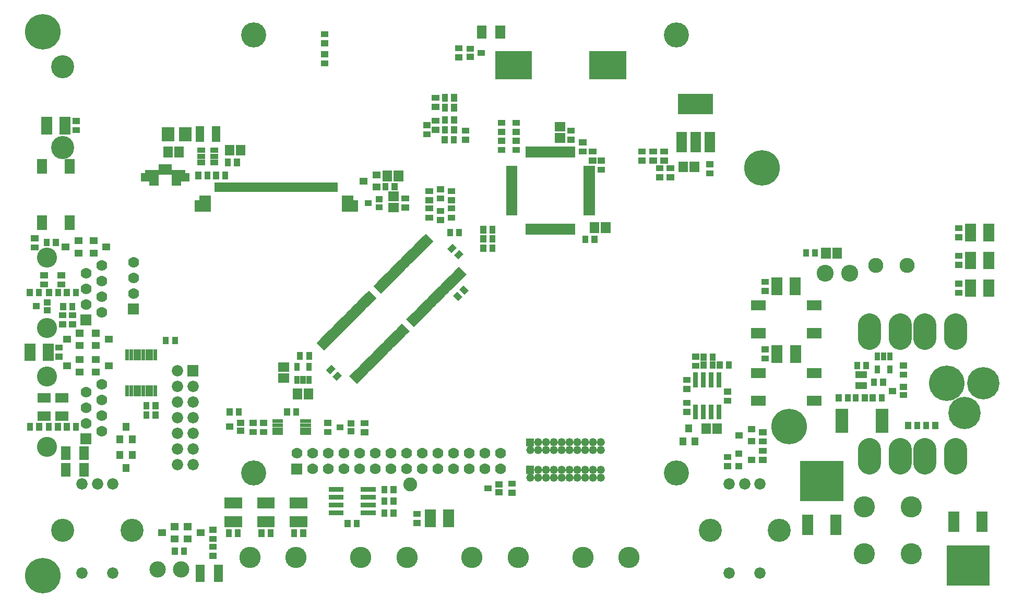
<source format=gbr>
G04 start of page 7 for group -4063 idx -4063 *
G04 Title: Power Board, componentmask *
G04 Creator: pcb 1.99z *
G04 CreationDate: Thu 09 Sep 2010 23:06:34 GMT UTC *
G04 For: rbarlow *
G04 Format: Gerber/RS-274X *
G04 PCB-Dimensions: 653543 393701 *
G04 PCB-Coordinate-Origin: lower left *
%MOIN*%
%FSLAX25Y25*%
%LNFRONTMASK*%
%ADD11C,0.0200*%
%ADD34R,0.0340X0.0340*%
%ADD57C,0.1600*%
%ADD67C,0.1280*%
%ADD83C,0.0700*%
%ADD84C,0.0520*%
%ADD85C,0.1083*%
%ADD86C,0.2270*%
%ADD87C,0.0965*%
%ADD88C,0.1476*%
%ADD89C,0.2067*%
%ADD90C,0.2264*%
%ADD91C,0.1358*%
%ADD92C,0.1360*%
%ADD93C,0.0728*%
%ADD94C,0.1043*%
%ADD95R,0.0382X0.0382*%
%ADD96R,0.0216X0.0216*%
%ADD97R,0.0440X0.0440*%
%ADD98R,0.0413X0.0413*%
%ADD99R,0.0728X0.0728*%
%ADD100R,0.0390X0.0390*%
%ADD101R,0.0650X0.0650*%
%ADD102R,0.0700X0.0700*%
%ADD103R,0.0612X0.0612*%
%ADD104R,0.0533X0.0533*%
%ADD105R,0.0790X0.0790*%
%ADD106R,0.0295X0.0295*%
%ADD107R,0.0532X0.0532*%
%ADD108R,0.0374X0.0374*%
%ADD109R,0.0230X0.0230*%
%ADD110R,0.0698X0.0698*%
%ADD111R,0.2551X0.2551*%
%ADD112R,0.0400X0.0400*%
%ADD113R,0.0809X0.0809*%
%ADD114R,0.0250X0.0250*%
%ADD115R,0.0300X0.0300*%
%ADD116C,0.0886*%
%ADD117R,0.0220X0.0220*%
%ADD118R,0.1791X0.1791*%
%ADD119R,0.0660X0.0660*%
%ADD120R,0.1320X0.1320*%
%ADD121R,0.0572X0.0572*%
G54D57*X430276Y369016D03*
X160276D03*
G54D83*X267776Y91516D03*
X277776D03*
X287776D03*
X297776D03*
X307776D03*
X317776D03*
X287776Y101516D03*
X297776D03*
X307776D03*
X317776D03*
G54D84*X381776Y108516D03*
Y103516D03*
G54D85*X525275Y216733D03*
G54D86*X485039Y283858D03*
G54D85*X540865Y216733D03*
G54D87*X577481Y221654D03*
X557481D03*
G54D88*X608661Y179331D03*
G54D89*X626379Y146438D03*
X614371Y127147D03*
G54D88*X588976Y179331D03*
X573228D03*
X553543D03*
X608661Y99607D03*
X588976D03*
X573228D03*
X553543D03*
G54D86*X502362Y118504D03*
G54D90*X602757Y146438D03*
G54D91*X550355Y67364D03*
X580355D03*
X550355Y37364D03*
X580355D03*
G54D92*X399999Y34843D03*
G54D57*X430276Y89016D03*
G54D93*X473819Y81888D03*
X483662D03*
X463976D03*
X483662Y24801D03*
X463976D03*
G54D88*X495866Y52360D03*
X451772D03*
G54D11*G36*
X334176Y93616D02*Y88416D01*
X339376D01*
Y93616D01*
X334176D01*
G37*
G54D84*X341776Y91016D03*
X346776D03*
G54D11*G36*
X334176Y111116D02*Y105916D01*
X339376D01*
Y111116D01*
X334176D01*
G37*
G54D84*X336776Y103516D03*
X341776Y108516D03*
Y103516D03*
G54D92*X329135Y34844D03*
X299607D03*
G54D84*X351776Y91016D03*
X356776D03*
X361776D03*
X366776D03*
X351776Y86016D03*
X356776D03*
X361776D03*
X366776D03*
X371776Y91016D03*
X376776D03*
X381776D03*
X371776Y86016D03*
X376776D03*
X381776D03*
G54D92*X370471Y34843D03*
G54D84*X346776Y108516D03*
Y103516D03*
X351776D03*
X356776D03*
X351776Y108516D03*
X356776D03*
X361776D03*
X366776D03*
X371776D03*
X376776D03*
X361776Y103516D03*
X366776D03*
X371776D03*
X376776D03*
G54D67*X28190Y105711D03*
G54D84*X336776Y86016D03*
X341776D03*
X346776D03*
G54D93*X60435Y81891D03*
X70278D03*
X50592D03*
G54D92*X258270Y34844D03*
X228742D03*
X187404Y34845D03*
X157876D03*
G54D93*X70278Y24804D03*
X50592D03*
G54D88*X82482Y52363D03*
G54D94*X113780Y27166D03*
X98780D03*
G54D88*X38388Y52363D03*
G54D86*X25591Y23229D03*
G54D83*X187776Y101516D03*
X197776D03*
X207776D03*
X197776Y91516D03*
X207776D03*
X217776D03*
X227776D03*
X237776D03*
X247776D03*
X257776D03*
Y101516D03*
X267776D03*
X277776D03*
G54D57*X160276Y89016D03*
G54D11*G36*
X184276Y95016D02*Y88016D01*
X191276D01*
Y95016D01*
X184276D01*
G37*
G54D83*X217776Y101516D03*
X227776D03*
X237776D03*
X247776D03*
G54D11*G36*
X117778Y157855D02*Y150573D01*
X125060D01*
Y157855D01*
X117778D01*
G37*
G54D67*X28190Y150711D03*
G54D93*X111419Y154214D03*
Y144214D03*
Y134214D03*
X121419Y144214D03*
Y134214D03*
Y124214D03*
Y114214D03*
Y104214D03*
Y94214D03*
X111419Y124214D03*
Y114214D03*
Y104214D03*
Y94214D03*
G54D83*X53190Y140711D03*
Y120711D03*
Y130711D03*
G54D11*G36*
X49690Y114211D02*Y107211D01*
X56690D01*
Y114211D01*
X49690D01*
G37*
G54D67*X28190Y181655D03*
G54D11*G36*
X79965Y197123D02*Y190123D01*
X86965D01*
Y197123D01*
X79965D01*
G37*
G54D83*X83465Y203623D03*
Y213623D03*
Y223623D03*
X63190Y145711D03*
Y125711D03*
Y115711D03*
Y135711D03*
X53190Y216655D03*
Y196655D03*
Y206655D03*
G54D11*G36*
X49690Y190155D02*Y183155D01*
X56690D01*
Y190155D01*
X49690D01*
G37*
G54D83*X63190Y221655D03*
Y201655D03*
Y191655D03*
Y211655D03*
G54D67*X28190Y226655D03*
G54D88*X38189Y296969D03*
Y348701D03*
G54D86*X25591Y370866D03*
G54D95*X205028Y350860D02*X205996D01*
X205028Y356694D02*X205996D01*
X205028Y363619D02*X205996D01*
X205028Y369453D02*X205996D01*
G54D96*X175591Y273524D02*Y269784D01*
X177560Y273524D02*Y269784D01*
X179528Y273524D02*Y269784D01*
X181497Y273524D02*Y269784D01*
X183465Y273524D02*Y269784D01*
X185434Y273524D02*Y269784D01*
X187402Y273524D02*Y269784D01*
X189371Y273524D02*Y269784D01*
X191339Y273524D02*Y269784D01*
X193308Y273524D02*Y269784D01*
X195276Y273524D02*Y269784D01*
X197245Y273524D02*Y269784D01*
X199213Y273524D02*Y269784D01*
X201182Y273524D02*Y269784D01*
X203150Y273524D02*Y269784D01*
X205119Y273524D02*Y269784D01*
X207087Y273524D02*Y269784D01*
X209056Y273524D02*Y269784D01*
G54D97*X238283Y271654D02*X238883D01*
X238283Y279454D02*X238883D01*
X230083Y275554D02*X230683D01*
G54D96*X211024Y273524D02*Y269784D01*
X212993Y273524D02*Y269784D01*
G54D98*X218505Y264075D02*X221851D01*
G54D99*X220079Y259705D02*X223347D01*
G54D100*X233165Y261418D02*X233765D01*
G54D95*X33858Y236705D02*Y235737D01*
X28024Y236705D02*Y235737D01*
X19988Y233071D02*X20956D01*
X19988Y238905D02*X20956D01*
G54D97*X57642Y237365D02*X58242D01*
X57642Y229565D02*X58242D01*
X65842Y233465D02*X66442D01*
X48058Y229565D02*X48658D01*
X48058Y237365D02*X48658D01*
X39858Y233465D02*X40458D01*
G54D101*X25000Y286220D02*Y283464D01*
X42716Y286220D02*Y283464D01*
X25000Y250394D02*Y247638D01*
X42716Y250394D02*Y247638D01*
G54D102*X27998Y313142D02*Y308906D01*
X39718Y313142D02*Y308906D01*
G54D95*X46367Y308107D02*X47335D01*
X46367Y313941D02*X47335D01*
X25894Y209449D02*X26862D01*
X25894Y215283D02*X26862D01*
X23157Y204815D02*Y203847D01*
X29528Y204815D02*Y203847D01*
X17323Y204815D02*Y203847D01*
X40945Y204815D02*Y203847D01*
X46779Y204815D02*Y203847D01*
X44417Y195760D02*Y194792D01*
X38583Y195760D02*Y194792D01*
X35362Y204815D02*Y203847D01*
G54D100*X28047Y192932D02*X28647D01*
X28047Y198032D02*X28647D01*
X21047Y195532D02*X21647D01*
G54D95*X36918Y209449D02*X37886D01*
X36918Y215283D02*X37886D01*
G54D103*X144882Y295669D02*Y294883D01*
X151968Y295669D02*Y294883D01*
G54D104*X136221Y307874D02*Y303150D01*
X125985Y307874D02*Y303150D01*
G54D34*X134240Y291376D02*X135840D01*
X134240Y295276D02*X135840D01*
X126040D02*X127640D01*
X126040Y291376D02*X127640D01*
G54D98*X127560Y264075D02*X130985D01*
G54D95*X130709Y279618D02*Y278650D01*
X124875Y279618D02*Y278650D01*
G54D99*X126064Y259705D02*X129410D01*
G54D34*X126040Y287476D02*X127640D01*
G54D96*X155906Y273524D02*Y269784D01*
X157875Y273524D02*Y269784D01*
X159843Y273524D02*Y269784D01*
X161812Y273524D02*Y269784D01*
X163780Y273524D02*Y269784D01*
X165749Y273524D02*Y269784D01*
X167717Y273524D02*Y269784D01*
X169686Y273524D02*Y269784D01*
X171654Y273524D02*Y269784D01*
X173623Y273524D02*Y269784D01*
X136221Y273524D02*Y269784D01*
X138190Y273524D02*Y269784D01*
X140158Y273524D02*Y269784D01*
X146064Y273524D02*Y269784D01*
X148032Y273524D02*Y269784D01*
G54D95*X149535Y287886D02*Y286918D01*
X143701Y287886D02*Y286918D01*
G54D96*X150001Y273524D02*Y269784D01*
X151969Y273524D02*Y269784D01*
X153938Y273524D02*Y269784D01*
X142127Y273524D02*Y269784D01*
X144095Y273524D02*Y269784D01*
G54D95*X136221Y279618D02*Y278650D01*
X142055Y279618D02*Y278650D01*
G54D34*X134240Y287476D02*X135840D01*
G54D103*X105513Y294488D02*Y293702D01*
G54D96*X102757Y285159D02*Y280710D01*
X104725Y285159D02*Y280710D01*
X106694Y285159D02*Y280710D01*
G54D103*X112599Y294488D02*Y293702D01*
G54D105*X105536Y306112D02*Y304912D01*
X116536Y306112D02*Y304912D01*
G54D96*X100788Y285159D02*Y280710D01*
G54D106*X92363Y281103D02*X98032D01*
G54D107*X90749Y277954D02*X96851D01*
G54D108*X95473Y274450D02*X97639D01*
G54D106*X109450Y281103D02*X115158D01*
G54D107*X110631Y277954D02*X116733D01*
G54D108*X109843Y274450D02*X112009D01*
G54D95*X159359Y121028D02*X160327D01*
X230617Y120795D02*X231585D01*
G54D109*X173288Y119489D02*X177894D01*
X191004D02*X195610D01*
X191004Y122048D02*X195610D01*
G54D95*X230617Y114961D02*X231585D01*
G54D109*X173288Y122048D02*X177894D01*
G54D95*X144882Y128437D02*Y127469D01*
X150716Y128437D02*Y127469D01*
G54D109*X173288Y116931D02*X177894D01*
X191004D02*X195610D01*
X173288Y114372D02*X177894D01*
X191004D02*X195610D01*
G54D11*G36*
X270108Y241920D02*X274990Y237037D01*
X273447Y235495D01*
X268565Y240378D01*
X270108Y241920D01*
G37*
G36*
X268716Y240529D02*X273599Y235645D01*
X272056Y234103D01*
X267173Y238987D01*
X268716Y240529D01*
G37*
G36*
X267324Y239136D02*X272206Y234253D01*
X270663Y232711D01*
X265781Y237594D01*
X267324Y239136D01*
G37*
G54D95*X291500Y243004D02*Y242036D01*
X285666Y243004D02*Y242036D01*
G54D11*G36*
X265931Y237745D02*X270815Y232863D01*
X269273Y231320D01*
X264389Y236202D01*
X265931Y237745D01*
G37*
G36*
X264540Y236353D02*X269422Y231469D01*
X267879Y229927D01*
X262997Y234811D01*
X264540Y236353D01*
G37*
G36*
X263147Y234961D02*X268031Y230079D01*
X266489Y228536D01*
X261605Y233418D01*
X263147Y234961D01*
G37*
G36*
X261756Y233569D02*X266639Y228685D01*
X265096Y227143D01*
X260213Y232027D01*
X261756Y233569D01*
G37*
G36*
X260365Y232177D02*X265247Y227294D01*
X263704Y225752D01*
X258822Y230635D01*
X260365Y232177D01*
G37*
G36*
X258972Y230785D02*X263855Y225901D01*
X262312Y224359D01*
X257429Y229243D01*
X258972Y230785D01*
G37*
G36*
X257581Y229393D02*X262463Y224510D01*
X260920Y222968D01*
X256038Y227851D01*
X257581Y229393D01*
G37*
G36*
X256187Y228001D02*X261071Y223119D01*
X259529Y221576D01*
X254645Y226458D01*
X256187Y228001D01*
G37*
G36*
X259251Y188750D02*X264133Y183867D01*
X262590Y182325D01*
X257708Y187208D01*
X259251Y188750D01*
G37*
G36*
X260642Y190142D02*X265525Y185258D01*
X263982Y183716D01*
X259099Y188600D01*
X260642Y190142D01*
G37*
G36*
X262035Y191534D02*X266917Y186651D01*
X265374Y185109D01*
X260492Y189992D01*
X262035Y191534D01*
G37*
G36*
X263426Y192926D02*X268309Y188042D01*
X266766Y186500D01*
X261883Y191384D01*
X263426Y192926D01*
G37*
G36*
X264819Y194318D02*X269701Y189435D01*
X268158Y187893D01*
X263276Y192776D01*
X264819Y194318D01*
G37*
G36*
X266210Y195710D02*X271093Y190826D01*
X269550Y189284D01*
X264667Y194168D01*
X266210Y195710D01*
G37*
G36*
X267603Y197102D02*X272485Y192218D01*
X270942Y190676D01*
X266060Y195560D01*
X267603Y197102D01*
G37*
G36*
X268994Y198493D02*X273876Y193610D01*
X272333Y192068D01*
X267451Y196951D01*
X268994Y198493D01*
G37*
G36*
X270386Y199886D02*X275269Y195002D01*
X273726Y193460D01*
X268843Y198344D01*
X270386Y199886D01*
G37*
G36*
X271778Y201277D02*X276660Y196394D01*
X275117Y194852D01*
X270235Y199735D01*
X271778Y201277D01*
G37*
G36*
X273170Y202670D02*X278053Y197786D01*
X276510Y196244D01*
X271627Y201128D01*
X273170Y202670D01*
G37*
G36*
X274562Y204061D02*X279444Y199178D01*
X277901Y197636D01*
X273019Y202519D01*
X274562Y204061D01*
G37*
G36*
X275953Y205453D02*X280836Y200569D01*
X279293Y199027D01*
X274410Y203911D01*
X275953Y205453D01*
G37*
G36*
X277345Y206844D02*X282227Y201961D01*
X280684Y200419D01*
X275802Y205302D01*
X277345Y206844D01*
G37*
G36*
X278737Y208237D02*X283620Y203353D01*
X282077Y201811D01*
X277194Y206695D01*
X278737Y208237D01*
G37*
G36*
X280129Y209628D02*X285011Y204745D01*
X283468Y203203D01*
X278586Y208086D01*
X280129Y209628D01*
G37*
G36*
X281521Y211021D02*X286404Y206137D01*
X284861Y204595D01*
X279978Y209479D01*
X281521Y211021D01*
G37*
G36*
X282913Y212412D02*X287795Y207529D01*
X286252Y205987D01*
X281370Y210870D01*
X282913Y212412D01*
G37*
G36*
X284305Y213804D02*X289187Y208921D01*
X287644Y207379D01*
X282762Y212262D01*
X284305Y213804D01*
G37*
G36*
X285697Y215196D02*X290579Y210313D01*
X289036Y208771D01*
X284154Y213654D01*
X285697Y215196D01*
G37*
G36*
X287089Y216588D02*X291971Y211705D01*
X290428Y210163D01*
X285546Y215046D01*
X287089Y216588D01*
G37*
G36*
X288481Y217980D02*X293363Y213096D01*
X291820Y211554D01*
X286938Y216438D01*
X288481Y217980D01*
G37*
G36*
X289873Y219372D02*X294755Y214489D01*
X293212Y212947D01*
X288330Y217830D01*
X289873Y219372D01*
G37*
G36*
X291264Y220764D02*X296147Y215880D01*
X294604Y214338D01*
X289721Y219222D01*
X291264Y220764D01*
G37*
G54D103*X532837Y229921D02*Y229135D01*
G54D102*X629876Y244638D02*Y240402D01*
X618156Y244638D02*Y240402D01*
G54D95*X610146Y239603D02*X611114D01*
X610146Y245437D02*X611114D01*
G54D88*X608661Y183662D02*Y175000D01*
G54D102*X629876Y209205D02*Y204969D01*
X618156Y209205D02*Y204969D01*
G54D95*X610146Y204170D02*X611114D01*
X610146Y210004D02*X611114D01*
G54D88*X588976Y183662D02*Y175000D01*
X573228Y183662D02*Y175000D01*
G54D102*X629876Y226922D02*Y222686D01*
X618156Y226922D02*Y222686D01*
G54D95*X610146Y221887D02*X611114D01*
X610146Y227721D02*X611114D01*
G54D103*X525751Y229921D02*Y229135D01*
G54D95*X512992Y230012D02*Y229044D01*
X518826Y230012D02*Y229044D01*
G54D88*X553543Y183662D02*Y175000D01*
G54D101*X481103Y178347D02*X483859D01*
X516929D02*X519685D01*
G54D95*X486524Y205351D02*X487492D01*
X486524Y211185D02*X487492D01*
G54D101*X481103Y196063D02*X483859D01*
X516929D02*X519685D01*
G54D102*X506208Y210385D02*Y206149D01*
X494488Y210385D02*Y206149D01*
G54D110*X514056Y58705D02*Y52753D01*
X532008Y58705D02*Y52753D01*
G54D111*X522028Y83859D02*X524036D01*
G54D95*X484949Y103079D02*X485917D01*
X484949Y97245D02*X485917D01*
X484949Y114890D02*X485917D01*
X484949Y109056D02*X485917D01*
G54D112*X478047Y109130D02*X478647D01*
X477979Y97282D02*X478579D01*
X478047Y116930D02*X478647D01*
X469847Y113030D02*X470447D01*
X469779Y101182D02*X470379D01*
X469779Y93382D02*X470379D01*
G54D95*X462508Y99142D02*X463476D01*
X462508Y93308D02*X463476D01*
X574713Y151772D02*X575681D01*
G54D100*X574897Y138798D02*X575497D01*
X574897Y143898D02*X575497D01*
X567897Y141398D02*X568497D01*
G54D95*X574713Y157606D02*X575681D01*
X562205Y147335D02*Y146367D01*
G54D34*X566494Y155943D02*Y154343D01*
Y164143D02*Y162543D01*
X562594Y164143D02*Y162543D01*
G54D95*X595598Y119776D02*Y118808D01*
X589764Y119776D02*Y118808D01*
X578185Y119776D02*Y118808D01*
X584019Y119776D02*Y118808D01*
X544685Y137493D02*Y136525D01*
G54D113*X535827Y125788D02*Y118702D01*
G54D95*X539728Y137493D02*Y136525D01*
X533894Y137493D02*Y136525D01*
X550519Y137493D02*Y136525D01*
G54D113*X561615Y125788D02*Y118702D01*
G54D88*X553543Y103938D02*Y95276D01*
G54D95*X555548Y137493D02*Y136525D01*
X561382Y137493D02*Y136525D01*
G54D88*X608661Y103938D02*Y95276D01*
X588976Y103938D02*Y95276D01*
X573228Y103938D02*Y95276D01*
G54D110*X625512Y60831D02*Y54879D01*
G54D111*X615532Y29725D02*X617540D01*
G54D110*X607560Y60831D02*Y54879D01*
G54D95*X551504Y158162D02*Y157194D01*
G54D34*X558694Y155943D02*Y154343D01*
G54D95*X556371Y147335D02*Y146367D01*
G54D114*X550770Y152772D02*Y150772D01*
X548170Y152772D02*Y150772D01*
X545670Y152772D02*Y150772D01*
Y145772D02*Y143772D01*
X548170Y145772D02*Y143772D01*
X550770Y145772D02*Y143772D01*
G54D95*X545670Y158162D02*Y157194D01*
G54D34*X558694Y164143D02*Y162543D01*
G54D95*X144327Y50878D02*Y49910D01*
X150161Y50878D02*Y49910D01*
X165193Y50878D02*Y49910D01*
X171027Y50878D02*Y49910D01*
G54D102*X145126Y57920D02*X149362D01*
X165992D02*X170228D01*
X186859Y69640D02*X191095D01*
X145126D02*X149362D01*
X165992D02*X170228D01*
X186859Y57920D02*X191095D01*
G54D95*X186060Y50878D02*Y49910D01*
X191894Y50878D02*Y49910D01*
G54D115*X209715Y73347D02*X216215D01*
X209715Y68347D02*X216215D01*
X209715Y63347D02*X216215D01*
G54D95*X220312Y57177D02*Y56209D01*
G54D102*X284646Y61961D02*Y57725D01*
X272926Y61961D02*Y57725D01*
G54D95*X264083Y62760D02*X265051D01*
X264083Y56926D02*X265051D01*
X324713Y82051D02*X325681D01*
X324713Y76217D02*X325681D01*
G54D100*X316543Y76534D02*X317143D01*
X316543Y81634D02*X317143D01*
X309543Y79134D02*X310143D01*
G54D95*X249535Y71350D02*Y70382D01*
G54D116*X260236Y81497D03*
G54D95*X243701Y71350D02*Y70382D01*
G54D115*X230215Y68347D02*X236715D01*
X230215Y73347D02*X236715D01*
X230215Y63347D02*X236715D01*
G54D95*X226146Y57177D02*Y56209D01*
X249535Y63870D02*Y62902D01*
X243701Y63870D02*Y62902D01*
X486524Y162044D02*X487492D01*
X486524Y167878D02*X487492D01*
G54D102*X494534Y167079D02*Y162843D01*
X506254Y167079D02*Y162843D01*
G54D101*X481103Y152756D02*X483859D01*
X481103Y135040D02*X483859D01*
X516929D02*X519685D01*
X516929Y152756D02*X519685D01*
G54D95*X447638Y158359D02*Y157391D01*
G54D115*X447520Y151676D02*Y145176D01*
G54D95*X447638Y163477D02*Y162509D01*
X453472Y158359D02*Y157391D01*
G54D115*X457520Y151676D02*Y145176D01*
X452520Y151676D02*Y145176D01*
G54D95*X457874Y158359D02*Y157391D01*
X453472Y163477D02*Y162509D01*
X442036Y163315D02*X443004D01*
X442036Y157481D02*X443004D01*
G54D115*X442520Y151676D02*Y145176D01*
G54D95*X462508Y135112D02*X463476D01*
X462508Y140946D02*X463476D01*
X463708Y158359D02*Y157391D01*
G54D115*X442520Y131176D02*Y124676D01*
X447520Y131176D02*Y124676D01*
G54D95*X436524Y127953D02*X437492D01*
X436524Y133787D02*X437492D01*
G54D115*X452520Y131176D02*Y124676D01*
X457520Y131176D02*Y124676D01*
G54D103*X456299Y117716D02*Y116930D01*
X449213Y117716D02*Y116930D01*
G54D97*X438189Y117623D02*Y117023D01*
X434289Y109423D02*Y108823D01*
X442089Y109423D02*Y108823D01*
G54D95*X282356Y322926D02*Y321958D01*
X275894Y328740D02*X276862D01*
X275894Y322906D02*X276862D01*
G54D100*X298212Y360081D02*X298812D01*
X298212Y354981D02*X298812D01*
X305212Y357481D02*X305812D01*
G54D103*X305906Y372048D02*Y369686D01*
G54D95*X282356Y329225D02*Y328257D01*
X288190Y329225D02*Y328257D01*
X290855Y354564D02*X291823D01*
X290855Y360398D02*X291823D01*
X362508Y307803D02*X363476D01*
X362508Y301969D02*X363476D01*
G54D117*X364645Y296623D02*Y291725D01*
X362677Y296623D02*Y291725D01*
G54D103*X355513Y303150D02*X356299D01*
X355513Y310236D02*X356299D01*
G54D117*X372118Y278348D02*X377016D01*
X372118Y280316D02*X377016D01*
X372118Y282285D02*X377016D01*
X372118Y284253D02*X377016D01*
G54D118*X383663Y349608D02*X389175D01*
G54D95*X376288Y294417D02*X377256D01*
X376288Y288583D02*X377256D01*
X381800D02*X382768D01*
X369989Y300323D02*X370957D01*
X369989Y294489D02*X370957D01*
X381800Y282749D02*X382768D01*
X425894Y283859D02*X426862D01*
X425894Y278025D02*X426862D01*
X419201D02*X420169D01*
X451091Y280387D02*X452059D01*
X451091Y286221D02*X452059D01*
G54D103*X441732Y285039D02*Y284253D01*
X434646Y285039D02*Y284253D01*
G54D95*X407784Y288655D02*X408752D01*
X407784Y294489D02*X408752D01*
X421957Y288655D02*X422925D01*
X414871Y294489D02*X415839D01*
X414871Y288655D02*X415839D01*
X419201Y283859D02*X420169D01*
X421957Y294489D02*X422925D01*
G54D119*X433475Y303694D02*Y297094D01*
X442475Y303694D02*Y297094D01*
X451575Y303694D02*Y297094D01*
G54D120*X437975Y324794D02*X446975D01*
G54D118*X323427Y349608D02*X328939D01*
G54D95*X327469Y306926D02*X328437D01*
X327469Y312760D02*X328437D01*
X327469Y301343D02*X328437D01*
X318020Y306926D02*X318988D01*
X318020Y312760D02*X318988D01*
G54D103*X317716Y372048D02*Y369686D01*
G54D95*X288190Y322926D02*Y321958D01*
X295186Y307803D02*X296154D01*
X295186Y301969D02*X296154D01*
X288190Y308753D02*Y307785D01*
Y315052D02*Y314084D01*
X288118Y302453D02*Y301485D01*
X270382Y305512D02*X271350D01*
X270382Y311346D02*X271350D01*
X275894Y308268D02*X276862D01*
X275894Y314102D02*X276862D01*
X318020Y295509D02*X318988D01*
X327469D02*X328437D01*
X318020Y301343D02*X318988D01*
X282356Y308753D02*Y307785D01*
Y315052D02*Y314084D01*
X282284Y302453D02*Y301485D01*
G54D117*X360708Y296623D02*Y291725D01*
X358740Y296623D02*Y291725D01*
X356771Y296623D02*Y291725D01*
X354803Y296623D02*Y291725D01*
X352834Y296623D02*Y291725D01*
X350866Y296623D02*Y291725D01*
X348897Y296623D02*Y291725D01*
X346929Y296623D02*Y291725D01*
X344960Y296623D02*Y291725D01*
X342992Y296623D02*Y291725D01*
X341023Y296623D02*Y291725D01*
X339055Y296623D02*Y291725D01*
X337086Y296623D02*Y291725D01*
X335118Y296623D02*Y291725D01*
X322748Y284252D02*X327646D01*
X322748Y282284D02*X327646D01*
X322748Y280315D02*X327646D01*
X322748Y278347D02*X327646D01*
X322748Y276378D02*X327646D01*
X322748Y274410D02*X327646D01*
X322748Y272441D02*X327646D01*
X322748Y270473D02*X327646D01*
X322748Y268504D02*X327646D01*
X322748Y266536D02*X327646D01*
X322748Y264567D02*X327646D01*
X322748Y262599D02*X327646D01*
X322748Y260630D02*X327646D01*
X322748Y258662D02*X327646D01*
X322748Y256693D02*X327646D01*
X322748Y254725D02*X327646D01*
X335119Y247253D02*Y242355D01*
X337087Y247253D02*Y242355D01*
X339056Y247253D02*Y242355D01*
G54D95*X312760Y233162D02*Y232194D01*
X306926Y239067D02*Y238099D01*
X312760Y239067D02*Y238099D01*
Y244973D02*Y244005D01*
X306926Y244973D02*Y244005D01*
G54D117*X341024Y247253D02*Y242355D01*
X342993Y247253D02*Y242355D01*
X344961Y247253D02*Y242355D01*
X346930Y247253D02*Y242355D01*
X348898Y247253D02*Y242355D01*
X350867Y247253D02*Y242355D01*
X352835Y247253D02*Y242355D01*
X354804Y247253D02*Y242355D01*
X356772Y247253D02*Y242355D01*
G54D95*X372119Y238674D02*Y237706D01*
X377953Y238674D02*Y237706D01*
G54D103*X385040Y246063D02*Y245277D01*
X377954Y246063D02*Y245277D01*
G54D117*X358741Y247253D02*Y242355D01*
X360709Y247253D02*Y242355D01*
X362678Y247253D02*Y242355D01*
X364646Y247253D02*Y242355D01*
X372118Y254726D02*X377016D01*
X372118Y256694D02*X377016D01*
X372118Y258663D02*X377016D01*
X372118Y260631D02*X377016D01*
X372118Y262600D02*X377016D01*
X372118Y264568D02*X377016D01*
X372118Y266537D02*X377016D01*
X372118Y268505D02*X377016D01*
X372118Y270474D02*X377016D01*
X372118Y272442D02*X377016D01*
X372118Y274411D02*X377016D01*
X372118Y276379D02*X377016D01*
G54D95*X279044Y250627D02*X280012D01*
G54D11*G36*
X290115Y204916D02*X293497Y201533D01*
X290799Y198836D01*
X287417Y202219D01*
X290115Y204916D01*
G37*
G36*
X294240Y209041D02*X297622Y205658D01*
X294924Y202961D01*
X291542Y206344D01*
X294240Y209041D01*
G37*
G54D95*X306926Y233162D02*Y232194D01*
G54D11*G36*
X288093Y228211D02*X291474Y231593D01*
X294172Y228896D01*
X290791Y225514D01*
X288093Y228211D01*
G37*
G36*
X283968Y232336D02*X287349Y235718D01*
X290047Y233021D01*
X286666Y229639D01*
X283968Y232336D01*
G37*
G54D95*X286130Y252202D02*X287098D01*
X271957D02*X272925D01*
X279044Y256461D02*X280012D01*
X271957Y269059D02*X272925D01*
X271957Y263225D02*X272925D01*
X271957Y258036D02*X272925D01*
X256603Y258662D02*X257571D01*
X256603Y264496D02*X257571D01*
G54D103*X249214Y258662D02*X250000D01*
X249214Y265748D02*X250000D01*
G54D100*X240165Y258818D02*X240765D01*
X240165Y263918D02*X240765D01*
G54D95*X244488Y272532D02*Y271564D01*
G54D103*X245669Y279134D02*Y278348D01*
X252755Y279134D02*Y278348D01*
G54D95*X250322Y272532D02*Y271564D01*
X279044Y270240D02*X280012D01*
X279044Y264406D02*X280012D01*
X286130Y269059D02*X287098D01*
X286130Y263225D02*X287098D01*
X286130Y258036D02*X287098D01*
X436524Y142592D02*X437492D01*
X436524Y148426D02*X437492D01*
G54D11*G36*
X233762Y205576D02*X238646Y200694D01*
X237104Y199151D01*
X232220Y204033D01*
X233762Y205576D01*
G37*
G36*
X232372Y204184D02*X237254Y199301D01*
X235711Y197759D01*
X230829Y202642D01*
X232372Y204184D01*
G37*
G36*
X230980Y202792D02*X235862Y197909D01*
X234319Y196367D01*
X229437Y201250D01*
X230980Y202792D01*
G37*
G36*
X229588Y201400D02*X234470Y196517D01*
X232927Y194975D01*
X228045Y199858D01*
X229588Y201400D01*
G37*
G36*
X228196Y200008D02*X233078Y195125D01*
X231535Y193583D01*
X226653Y198466D01*
X228196Y200008D01*
G37*
G36*
X226804Y198617D02*X231686Y193733D01*
X230143Y192191D01*
X225261Y197075D01*
X226804Y198617D01*
G37*
G36*
X225412Y197224D02*X230294Y192341D01*
X228751Y190799D01*
X223869Y195682D01*
X225412Y197224D01*
G37*
G36*
X224020Y195833D02*X228903Y190949D01*
X227360Y189407D01*
X222477Y194291D01*
X224020Y195833D01*
G37*
G36*
X222628Y194440D02*X227510Y189557D01*
X225967Y188015D01*
X221085Y192898D01*
X222628Y194440D01*
G37*
G36*
X221236Y193049D02*X226119Y188165D01*
X224576Y186623D01*
X219693Y191507D01*
X221236Y193049D01*
G37*
G36*
X219844Y191657D02*X224726Y186773D01*
X223183Y185231D01*
X218301Y190115D01*
X219844Y191657D01*
G37*
G36*
X218451Y190265D02*X223335Y185383D01*
X221793Y183840D01*
X216909Y188722D01*
X218451Y190265D01*
G37*
G36*
X217061Y188873D02*X221943Y183990D01*
X220400Y182448D01*
X215518Y187331D01*
X217061Y188873D01*
G37*
G36*
X215669Y187482D02*X220552Y182598D01*
X219009Y181056D01*
X214126Y185940D01*
X215669Y187482D01*
G37*
G36*
X214277Y186089D02*X219159Y181206D01*
X217616Y179664D01*
X212734Y184547D01*
X214277Y186089D01*
G37*
G36*
X212885Y184698D02*X217768Y179814D01*
X216225Y178272D01*
X211342Y183156D01*
X212885Y184698D01*
G37*
G36*
X211493Y183306D02*X216375Y178422D01*
X214832Y176880D01*
X209950Y181764D01*
X211493Y183306D01*
G37*
G36*
X210100Y181914D02*X214984Y177032D01*
X213442Y175489D01*
X208558Y180371D01*
X210100Y181914D01*
G37*
G54D115*X209715Y78347D02*X216215D01*
G54D11*G36*
X222906Y152406D02*X227789Y147522D01*
X226246Y145980D01*
X221363Y150864D01*
X222906Y152406D01*
G37*
G36*
X224298Y153797D02*X229180Y148914D01*
X227637Y147372D01*
X222755Y152255D01*
X224298Y153797D01*
G37*
G36*
X225690Y155190D02*X230573Y150306D01*
X229030Y148764D01*
X224147Y153648D01*
X225690Y155190D01*
G37*
G36*
X227082Y156581D02*X231964Y151698D01*
X230421Y150156D01*
X225539Y155039D01*
X227082Y156581D01*
G37*
G36*
X228473Y157973D02*X233357Y153091D01*
X231815Y151548D01*
X226931Y156430D01*
X228473Y157973D01*
G37*
G36*
X229866Y159365D02*X234748Y154482D01*
X233205Y152940D01*
X228323Y157823D01*
X229866Y159365D01*
G37*
G36*
X231258Y160757D02*X236140Y155874D01*
X234597Y154332D01*
X229715Y159215D01*
X231258Y160757D01*
G37*
G36*
X232650Y162149D02*X237532Y157266D01*
X235989Y155724D01*
X231107Y160607D01*
X232650Y162149D01*
G37*
G36*
X234042Y163541D02*X238924Y158658D01*
X237381Y157116D01*
X232499Y161999D01*
X234042Y163541D01*
G37*
G36*
X210534Y150653D02*X213918Y154033D01*
X216614Y151334D01*
X213230Y147954D01*
X210534Y150653D01*
G37*
G36*
X206409Y154776D02*X209791Y158159D01*
X212489Y155462D01*
X209107Y152079D01*
X206409Y154776D01*
G37*
G36*
X235434Y164933D02*X240316Y160049D01*
X238773Y158507D01*
X233891Y163391D01*
X235434Y164933D01*
G37*
G36*
X236826Y166325D02*X241708Y161442D01*
X240165Y159900D01*
X235283Y164783D01*
X236826Y166325D01*
G37*
G36*
X238217Y167717D02*X243100Y162833D01*
X241557Y161291D01*
X236674Y166175D01*
X238217Y167717D01*
G37*
G54D115*X230215Y78347D02*X236715D01*
G54D11*G36*
X239609Y169108D02*X244491Y164225D01*
X242948Y162683D01*
X238066Y167566D01*
X239609Y169108D01*
G37*
G36*
X241001Y170500D02*X245883Y165616D01*
X244340Y164074D01*
X239458Y168958D01*
X241001Y170500D01*
G37*
G36*
X242393Y171892D02*X247275Y167009D01*
X245732Y165467D01*
X240850Y170350D01*
X242393Y171892D01*
G37*
G36*
X243785Y173284D02*X248667Y168400D01*
X247124Y166858D01*
X242242Y171742D01*
X243785Y173284D01*
G37*
G36*
X245177Y174676D02*X250059Y169793D01*
X248516Y168251D01*
X243634Y173134D01*
X245177Y174676D01*
G37*
G36*
X246568Y176068D02*X251451Y171184D01*
X249908Y169642D01*
X245025Y174526D01*
X246568Y176068D01*
G37*
G36*
X247961Y177460D02*X252843Y172577D01*
X251300Y171035D01*
X246418Y175918D01*
X247961Y177460D01*
G37*
G36*
X249352Y178852D02*X254235Y173968D01*
X252692Y172426D01*
X247809Y177310D01*
X249352Y178852D01*
G37*
G54D95*X249535Y78831D02*Y77863D01*
X243701Y78831D02*Y77863D01*
G54D11*G36*
X250745Y180244D02*X255627Y175360D01*
X254084Y173818D01*
X249202Y178702D01*
X250745Y180244D01*
G37*
G36*
X252135Y181635D02*X257019Y176753D01*
X255477Y175210D01*
X250593Y180092D01*
X252135Y181635D01*
G37*
G36*
X253528Y183028D02*X258411Y178144D01*
X256868Y176602D01*
X251985Y181486D01*
X253528Y183028D01*
G37*
G36*
X254920Y184419D02*X259802Y179536D01*
X258259Y177994D01*
X253377Y182877D01*
X254920Y184419D01*
G37*
G36*
X254797Y226609D02*X259679Y221726D01*
X258136Y220184D01*
X253254Y225067D01*
X254797Y226609D01*
G37*
G36*
X253405Y225218D02*X258288Y220334D01*
X256745Y218792D01*
X251862Y223676D01*
X253405Y225218D01*
G37*
G36*
X252014Y223826D02*X256896Y218943D01*
X255353Y217401D01*
X250471Y222284D01*
X252014Y223826D01*
G37*
G36*
X250620Y222434D02*X255504Y217552D01*
X253962Y216009D01*
X249078Y220891D01*
X250620Y222434D01*
G37*
G36*
X249230Y221042D02*X254112Y216159D01*
X252569Y214617D01*
X247687Y219500D01*
X249230Y221042D01*
G37*
G36*
X247836Y219650D02*X252720Y214768D01*
X251178Y213225D01*
X246294Y218107D01*
X247836Y219650D01*
G37*
G36*
X246446Y218258D02*X251328Y213375D01*
X249785Y211833D01*
X244903Y216716D01*
X246446Y218258D01*
G37*
G36*
X245054Y216866D02*X249936Y211983D01*
X248393Y210441D01*
X243511Y215324D01*
X245054Y216866D01*
G37*
G36*
X243662Y215475D02*X248544Y210591D01*
X247001Y209049D01*
X242119Y213933D01*
X243662Y215475D01*
G37*
G36*
X242270Y214082D02*X247152Y209199D01*
X245609Y207657D01*
X240727Y212540D01*
X242270Y214082D01*
G37*
G36*
X240878Y212691D02*X245761Y207807D01*
X244218Y206265D01*
X239335Y211149D01*
X240878Y212691D01*
G37*
G36*
X239486Y211298D02*X244368Y206415D01*
X242825Y204873D01*
X237943Y209756D01*
X239486Y211298D01*
G37*
G36*
X238094Y209907D02*X242977Y205023D01*
X241434Y203481D01*
X236551Y208365D01*
X238094Y209907D01*
G37*
G36*
X208709Y180522D02*X213592Y175638D01*
X212049Y174096D01*
X207166Y178980D01*
X208709Y180522D01*
G37*
G36*
X207318Y179130D02*X212200Y174247D01*
X210657Y172705D01*
X205775Y177588D01*
X207318Y179130D01*
G37*
G36*
X205925Y177738D02*X210808Y172854D01*
X209265Y171312D01*
X204382Y176196D01*
X205925Y177738D01*
G37*
G36*
X204534Y176346D02*X209416Y171463D01*
X207873Y169921D01*
X202991Y174804D01*
X204534Y176346D01*
G37*
G36*
X203140Y174954D02*X208024Y170072D01*
X206482Y168529D01*
X201598Y173411D01*
X203140Y174954D01*
G37*
G36*
X201750Y173562D02*X206632Y168679D01*
X205089Y167137D01*
X200207Y172020D01*
X201750Y173562D01*
G37*
G54D95*X206996Y115194D02*X207964D01*
X206996Y121028D02*X207964D01*
G54D100*X222054Y115511D02*X222654D01*
X222054Y120611D02*X222654D01*
X215054Y118111D02*X215654D01*
G54D34*X195632Y157426D02*Y155826D01*
G54D95*X195669Y164264D02*Y163296D01*
G54D34*X187832Y157426D02*Y155826D01*
G54D95*X189835Y164264D02*Y163296D01*
G54D103*X179135Y156694D02*X179921D01*
G54D34*X187832Y149226D02*Y147626D01*
G54D103*X188190Y139764D02*Y138978D01*
G54D34*X191732Y149226D02*Y147626D01*
G54D103*X179135Y149608D02*X179921D01*
G54D34*X195632Y149226D02*Y147626D01*
G54D103*X195276Y139764D02*Y138978D01*
G54D95*X181568Y128437D02*Y127469D01*
X187402Y128437D02*Y127469D01*
X166052Y121028D02*X167020D01*
X166052Y115194D02*X167020D01*
X46779Y118989D02*Y118021D01*
X40945Y118989D02*Y118021D01*
X35201Y118989D02*Y118021D01*
X29367Y118989D02*Y118021D01*
X23229Y118989D02*Y118021D01*
X17395Y118989D02*Y118021D01*
X104170Y174107D02*Y173139D01*
X110004Y174107D02*Y173139D01*
G54D109*X97440Y166868D02*Y162262D01*
X94881Y166868D02*Y162262D01*
X92322Y166868D02*Y162262D01*
X89763Y166868D02*Y162262D01*
G54D95*X37705Y189764D02*X38673D01*
X37705Y183930D02*X38673D01*
G54D103*X36615Y137007D02*X38977D01*
X36615Y125197D02*X38977D01*
X25197Y137007D02*X27559D01*
X25197Y125197D02*X27559D01*
G54D102*X29043Y168260D02*Y164024D01*
X17323Y168260D02*Y164024D01*
G54D95*X35343Y163225D02*X36311D01*
X35343Y169059D02*X36311D01*
G54D109*X87205Y166868D02*Y162262D01*
X84646Y166868D02*Y162262D01*
X82087Y166868D02*Y162262D01*
X79528Y166868D02*Y162262D01*
Y143640D02*Y139034D01*
X82087Y143640D02*Y139034D01*
X84646Y143640D02*Y139034D01*
X87205Y143640D02*Y139034D01*
X89763Y143640D02*Y139034D01*
X92322Y143640D02*Y139034D01*
X94881Y143640D02*Y139034D01*
X97440Y143640D02*Y139034D01*
G54D95*X91804Y126469D02*Y125501D01*
Y132374D02*Y131406D01*
X97638Y126469D02*Y125501D01*
Y132374D02*Y131406D01*
X44005Y189764D02*X44973D01*
X44005Y183930D02*X44973D01*
G54D97*X40646Y174410D02*X41246D01*
X48845Y153581D02*X49445D01*
X48845Y161381D02*X49445D01*
X40645Y157481D02*X41245D01*
X59217Y178310D02*X59817D01*
X48846D02*X49446D01*
X59217Y170510D02*X59817D01*
X48846D02*X49446D01*
X59217Y161381D02*X59817D01*
X67417Y174410D02*X68017D01*
X59217Y153581D02*X59817D01*
X67417Y157481D02*X68017D01*
G54D103*X51968Y102756D02*Y100394D01*
Y92127D02*Y89765D01*
X40158Y102756D02*Y100394D01*
Y92127D02*Y89765D01*
G54D95*X159359Y115194D02*X160327D01*
G54D97*X74840Y110605D02*Y110005D01*
X82640Y110605D02*Y110005D01*
X78740Y118805D02*Y118205D01*
X82640Y100627D02*Y100027D01*
X74840Y100627D02*Y100027D01*
X78740Y92427D02*Y91827D01*
G54D100*X151582Y115905D02*X152182D01*
X151582Y121005D02*X152182D01*
X144582Y118505D02*X145182D01*
G54D97*X109543Y46851D02*X110143D01*
X117810D02*X118410D01*
X109543Y54651D02*X110143D01*
X117810D02*X118410D01*
X101343Y50751D02*X101943D01*
G54D95*X109843Y39461D02*Y38493D01*
X115677Y39461D02*Y38493D01*
G54D97*X126010Y50751D02*X126610D01*
G54D95*X133768Y41733D02*X134736D01*
X133768Y52685D02*X134736D01*
X133768Y46851D02*X134736D01*
X133768Y35899D02*X134736D01*
G54D121*X125984Y27558D02*Y22048D01*
X137794Y27558D02*Y22048D01*
M02*

</source>
